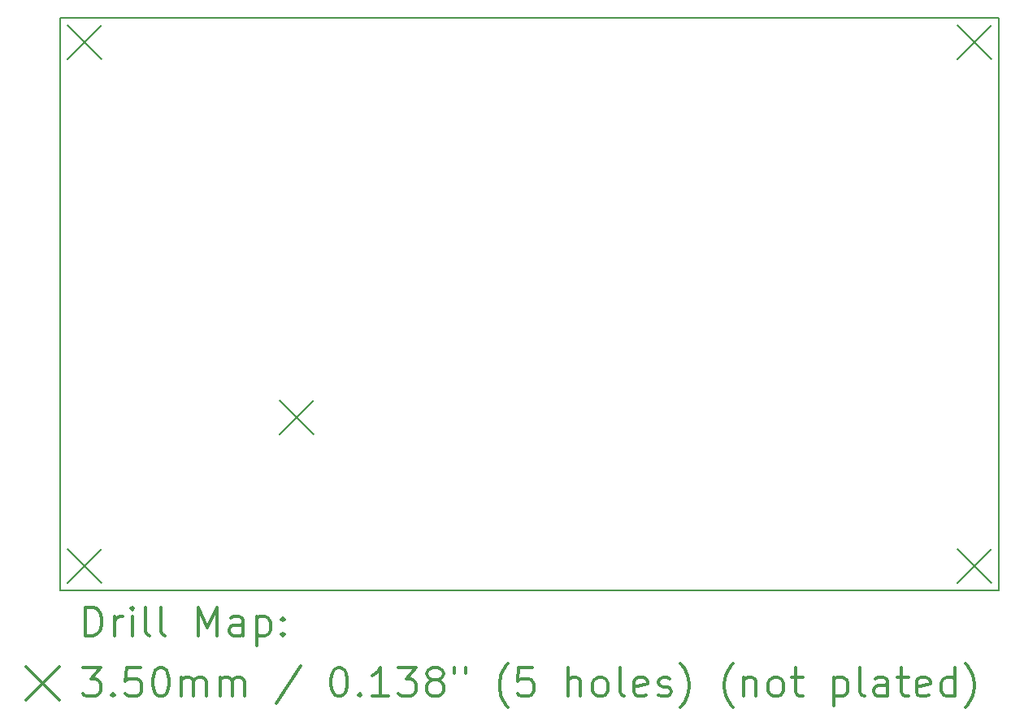
<source format=gbr>
%FSLAX45Y45*%
G04 Gerber Fmt 4.5, Leading zero omitted, Abs format (unit mm)*
G04 Created by KiCad (PCBNEW 4.0.5+dfsg1-4+deb9u1) date Tue Nov 15 17:13:55 2022*
%MOMM*%
%LPD*%
G01*
G04 APERTURE LIST*
%ADD10C,0.127000*%
%ADD11C,0.150000*%
%ADD12C,0.200000*%
%ADD13C,0.300000*%
G04 APERTURE END LIST*
D10*
D11*
X19380200Y-6883400D02*
X19380200Y-12852400D01*
X9601200Y-6883400D02*
X19380200Y-6883400D01*
X9601200Y-12852400D02*
X9601200Y-6883400D01*
X19380200Y-12852400D02*
X9601200Y-12852400D01*
D12*
X9680200Y-6962400D02*
X10030200Y-7312400D01*
X10030200Y-6962400D02*
X9680200Y-7312400D01*
X9680200Y-12423400D02*
X10030200Y-12773400D01*
X10030200Y-12423400D02*
X9680200Y-12773400D01*
X11890000Y-10874000D02*
X12240000Y-11224000D01*
X12240000Y-10874000D02*
X11890000Y-11224000D01*
X18951200Y-6962400D02*
X19301200Y-7312400D01*
X19301200Y-6962400D02*
X18951200Y-7312400D01*
X18951200Y-12423400D02*
X19301200Y-12773400D01*
X19301200Y-12423400D02*
X18951200Y-12773400D01*
D13*
X9865129Y-13325614D02*
X9865129Y-13025614D01*
X9936557Y-13025614D01*
X9979414Y-13039900D01*
X10007986Y-13068471D01*
X10022271Y-13097043D01*
X10036557Y-13154186D01*
X10036557Y-13197043D01*
X10022271Y-13254186D01*
X10007986Y-13282757D01*
X9979414Y-13311329D01*
X9936557Y-13325614D01*
X9865129Y-13325614D01*
X10165129Y-13325614D02*
X10165129Y-13125614D01*
X10165129Y-13182757D02*
X10179414Y-13154186D01*
X10193700Y-13139900D01*
X10222271Y-13125614D01*
X10250843Y-13125614D01*
X10350843Y-13325614D02*
X10350843Y-13125614D01*
X10350843Y-13025614D02*
X10336557Y-13039900D01*
X10350843Y-13054186D01*
X10365129Y-13039900D01*
X10350843Y-13025614D01*
X10350843Y-13054186D01*
X10536557Y-13325614D02*
X10507986Y-13311329D01*
X10493700Y-13282757D01*
X10493700Y-13025614D01*
X10693700Y-13325614D02*
X10665129Y-13311329D01*
X10650843Y-13282757D01*
X10650843Y-13025614D01*
X11036557Y-13325614D02*
X11036557Y-13025614D01*
X11136557Y-13239900D01*
X11236557Y-13025614D01*
X11236557Y-13325614D01*
X11507986Y-13325614D02*
X11507986Y-13168471D01*
X11493700Y-13139900D01*
X11465128Y-13125614D01*
X11407986Y-13125614D01*
X11379414Y-13139900D01*
X11507986Y-13311329D02*
X11479414Y-13325614D01*
X11407986Y-13325614D01*
X11379414Y-13311329D01*
X11365128Y-13282757D01*
X11365128Y-13254186D01*
X11379414Y-13225614D01*
X11407986Y-13211329D01*
X11479414Y-13211329D01*
X11507986Y-13197043D01*
X11650843Y-13125614D02*
X11650843Y-13425614D01*
X11650843Y-13139900D02*
X11679414Y-13125614D01*
X11736557Y-13125614D01*
X11765128Y-13139900D01*
X11779414Y-13154186D01*
X11793700Y-13182757D01*
X11793700Y-13268471D01*
X11779414Y-13297043D01*
X11765128Y-13311329D01*
X11736557Y-13325614D01*
X11679414Y-13325614D01*
X11650843Y-13311329D01*
X11922271Y-13297043D02*
X11936557Y-13311329D01*
X11922271Y-13325614D01*
X11907986Y-13311329D01*
X11922271Y-13297043D01*
X11922271Y-13325614D01*
X11922271Y-13139900D02*
X11936557Y-13154186D01*
X11922271Y-13168471D01*
X11907986Y-13154186D01*
X11922271Y-13139900D01*
X11922271Y-13168471D01*
X9243700Y-13644900D02*
X9593700Y-13994900D01*
X9593700Y-13644900D02*
X9243700Y-13994900D01*
X9836557Y-13655614D02*
X10022271Y-13655614D01*
X9922271Y-13769900D01*
X9965129Y-13769900D01*
X9993700Y-13784186D01*
X10007986Y-13798471D01*
X10022271Y-13827043D01*
X10022271Y-13898471D01*
X10007986Y-13927043D01*
X9993700Y-13941329D01*
X9965129Y-13955614D01*
X9879414Y-13955614D01*
X9850843Y-13941329D01*
X9836557Y-13927043D01*
X10150843Y-13927043D02*
X10165129Y-13941329D01*
X10150843Y-13955614D01*
X10136557Y-13941329D01*
X10150843Y-13927043D01*
X10150843Y-13955614D01*
X10436557Y-13655614D02*
X10293700Y-13655614D01*
X10279414Y-13798471D01*
X10293700Y-13784186D01*
X10322271Y-13769900D01*
X10393700Y-13769900D01*
X10422271Y-13784186D01*
X10436557Y-13798471D01*
X10450843Y-13827043D01*
X10450843Y-13898471D01*
X10436557Y-13927043D01*
X10422271Y-13941329D01*
X10393700Y-13955614D01*
X10322271Y-13955614D01*
X10293700Y-13941329D01*
X10279414Y-13927043D01*
X10636557Y-13655614D02*
X10665129Y-13655614D01*
X10693700Y-13669900D01*
X10707986Y-13684186D01*
X10722271Y-13712757D01*
X10736557Y-13769900D01*
X10736557Y-13841329D01*
X10722271Y-13898471D01*
X10707986Y-13927043D01*
X10693700Y-13941329D01*
X10665129Y-13955614D01*
X10636557Y-13955614D01*
X10607986Y-13941329D01*
X10593700Y-13927043D01*
X10579414Y-13898471D01*
X10565129Y-13841329D01*
X10565129Y-13769900D01*
X10579414Y-13712757D01*
X10593700Y-13684186D01*
X10607986Y-13669900D01*
X10636557Y-13655614D01*
X10865129Y-13955614D02*
X10865129Y-13755614D01*
X10865129Y-13784186D02*
X10879414Y-13769900D01*
X10907986Y-13755614D01*
X10950843Y-13755614D01*
X10979414Y-13769900D01*
X10993700Y-13798471D01*
X10993700Y-13955614D01*
X10993700Y-13798471D02*
X11007986Y-13769900D01*
X11036557Y-13755614D01*
X11079414Y-13755614D01*
X11107986Y-13769900D01*
X11122271Y-13798471D01*
X11122271Y-13955614D01*
X11265128Y-13955614D02*
X11265128Y-13755614D01*
X11265128Y-13784186D02*
X11279414Y-13769900D01*
X11307986Y-13755614D01*
X11350843Y-13755614D01*
X11379414Y-13769900D01*
X11393700Y-13798471D01*
X11393700Y-13955614D01*
X11393700Y-13798471D02*
X11407986Y-13769900D01*
X11436557Y-13755614D01*
X11479414Y-13755614D01*
X11507986Y-13769900D01*
X11522271Y-13798471D01*
X11522271Y-13955614D01*
X12107986Y-13641329D02*
X11850843Y-14027043D01*
X12493700Y-13655614D02*
X12522271Y-13655614D01*
X12550843Y-13669900D01*
X12565128Y-13684186D01*
X12579414Y-13712757D01*
X12593700Y-13769900D01*
X12593700Y-13841329D01*
X12579414Y-13898471D01*
X12565128Y-13927043D01*
X12550843Y-13941329D01*
X12522271Y-13955614D01*
X12493700Y-13955614D01*
X12465128Y-13941329D01*
X12450843Y-13927043D01*
X12436557Y-13898471D01*
X12422271Y-13841329D01*
X12422271Y-13769900D01*
X12436557Y-13712757D01*
X12450843Y-13684186D01*
X12465128Y-13669900D01*
X12493700Y-13655614D01*
X12722271Y-13927043D02*
X12736557Y-13941329D01*
X12722271Y-13955614D01*
X12707986Y-13941329D01*
X12722271Y-13927043D01*
X12722271Y-13955614D01*
X13022271Y-13955614D02*
X12850843Y-13955614D01*
X12936557Y-13955614D02*
X12936557Y-13655614D01*
X12907985Y-13698471D01*
X12879414Y-13727043D01*
X12850843Y-13741329D01*
X13122271Y-13655614D02*
X13307985Y-13655614D01*
X13207985Y-13769900D01*
X13250843Y-13769900D01*
X13279414Y-13784186D01*
X13293700Y-13798471D01*
X13307985Y-13827043D01*
X13307985Y-13898471D01*
X13293700Y-13927043D01*
X13279414Y-13941329D01*
X13250843Y-13955614D01*
X13165128Y-13955614D01*
X13136557Y-13941329D01*
X13122271Y-13927043D01*
X13479414Y-13784186D02*
X13450843Y-13769900D01*
X13436557Y-13755614D01*
X13422271Y-13727043D01*
X13422271Y-13712757D01*
X13436557Y-13684186D01*
X13450843Y-13669900D01*
X13479414Y-13655614D01*
X13536557Y-13655614D01*
X13565128Y-13669900D01*
X13579414Y-13684186D01*
X13593700Y-13712757D01*
X13593700Y-13727043D01*
X13579414Y-13755614D01*
X13565128Y-13769900D01*
X13536557Y-13784186D01*
X13479414Y-13784186D01*
X13450843Y-13798471D01*
X13436557Y-13812757D01*
X13422271Y-13841329D01*
X13422271Y-13898471D01*
X13436557Y-13927043D01*
X13450843Y-13941329D01*
X13479414Y-13955614D01*
X13536557Y-13955614D01*
X13565128Y-13941329D01*
X13579414Y-13927043D01*
X13593700Y-13898471D01*
X13593700Y-13841329D01*
X13579414Y-13812757D01*
X13565128Y-13798471D01*
X13536557Y-13784186D01*
X13707986Y-13655614D02*
X13707986Y-13712757D01*
X13822271Y-13655614D02*
X13822271Y-13712757D01*
X14265128Y-14069900D02*
X14250843Y-14055614D01*
X14222271Y-14012757D01*
X14207985Y-13984186D01*
X14193700Y-13941329D01*
X14179414Y-13869900D01*
X14179414Y-13812757D01*
X14193700Y-13741329D01*
X14207985Y-13698471D01*
X14222271Y-13669900D01*
X14250843Y-13627043D01*
X14265128Y-13612757D01*
X14522271Y-13655614D02*
X14379414Y-13655614D01*
X14365128Y-13798471D01*
X14379414Y-13784186D01*
X14407985Y-13769900D01*
X14479414Y-13769900D01*
X14507985Y-13784186D01*
X14522271Y-13798471D01*
X14536557Y-13827043D01*
X14536557Y-13898471D01*
X14522271Y-13927043D01*
X14507985Y-13941329D01*
X14479414Y-13955614D01*
X14407985Y-13955614D01*
X14379414Y-13941329D01*
X14365128Y-13927043D01*
X14893700Y-13955614D02*
X14893700Y-13655614D01*
X15022271Y-13955614D02*
X15022271Y-13798471D01*
X15007985Y-13769900D01*
X14979414Y-13755614D01*
X14936557Y-13755614D01*
X14907985Y-13769900D01*
X14893700Y-13784186D01*
X15207985Y-13955614D02*
X15179414Y-13941329D01*
X15165128Y-13927043D01*
X15150843Y-13898471D01*
X15150843Y-13812757D01*
X15165128Y-13784186D01*
X15179414Y-13769900D01*
X15207985Y-13755614D01*
X15250843Y-13755614D01*
X15279414Y-13769900D01*
X15293700Y-13784186D01*
X15307985Y-13812757D01*
X15307985Y-13898471D01*
X15293700Y-13927043D01*
X15279414Y-13941329D01*
X15250843Y-13955614D01*
X15207985Y-13955614D01*
X15479414Y-13955614D02*
X15450843Y-13941329D01*
X15436557Y-13912757D01*
X15436557Y-13655614D01*
X15707986Y-13941329D02*
X15679414Y-13955614D01*
X15622271Y-13955614D01*
X15593700Y-13941329D01*
X15579414Y-13912757D01*
X15579414Y-13798471D01*
X15593700Y-13769900D01*
X15622271Y-13755614D01*
X15679414Y-13755614D01*
X15707986Y-13769900D01*
X15722271Y-13798471D01*
X15722271Y-13827043D01*
X15579414Y-13855614D01*
X15836557Y-13941329D02*
X15865128Y-13955614D01*
X15922271Y-13955614D01*
X15950843Y-13941329D01*
X15965128Y-13912757D01*
X15965128Y-13898471D01*
X15950843Y-13869900D01*
X15922271Y-13855614D01*
X15879414Y-13855614D01*
X15850843Y-13841329D01*
X15836557Y-13812757D01*
X15836557Y-13798471D01*
X15850843Y-13769900D01*
X15879414Y-13755614D01*
X15922271Y-13755614D01*
X15950843Y-13769900D01*
X16065128Y-14069900D02*
X16079414Y-14055614D01*
X16107986Y-14012757D01*
X16122271Y-13984186D01*
X16136557Y-13941329D01*
X16150843Y-13869900D01*
X16150843Y-13812757D01*
X16136557Y-13741329D01*
X16122271Y-13698471D01*
X16107986Y-13669900D01*
X16079414Y-13627043D01*
X16065128Y-13612757D01*
X16607986Y-14069900D02*
X16593700Y-14055614D01*
X16565128Y-14012757D01*
X16550843Y-13984186D01*
X16536557Y-13941329D01*
X16522271Y-13869900D01*
X16522271Y-13812757D01*
X16536557Y-13741329D01*
X16550843Y-13698471D01*
X16565128Y-13669900D01*
X16593700Y-13627043D01*
X16607986Y-13612757D01*
X16722271Y-13755614D02*
X16722271Y-13955614D01*
X16722271Y-13784186D02*
X16736557Y-13769900D01*
X16765128Y-13755614D01*
X16807986Y-13755614D01*
X16836557Y-13769900D01*
X16850843Y-13798471D01*
X16850843Y-13955614D01*
X17036557Y-13955614D02*
X17007986Y-13941329D01*
X16993700Y-13927043D01*
X16979414Y-13898471D01*
X16979414Y-13812757D01*
X16993700Y-13784186D01*
X17007986Y-13769900D01*
X17036557Y-13755614D01*
X17079414Y-13755614D01*
X17107986Y-13769900D01*
X17122271Y-13784186D01*
X17136557Y-13812757D01*
X17136557Y-13898471D01*
X17122271Y-13927043D01*
X17107986Y-13941329D01*
X17079414Y-13955614D01*
X17036557Y-13955614D01*
X17222271Y-13755614D02*
X17336557Y-13755614D01*
X17265129Y-13655614D02*
X17265129Y-13912757D01*
X17279414Y-13941329D01*
X17307986Y-13955614D01*
X17336557Y-13955614D01*
X17665129Y-13755614D02*
X17665129Y-14055614D01*
X17665129Y-13769900D02*
X17693700Y-13755614D01*
X17750843Y-13755614D01*
X17779414Y-13769900D01*
X17793700Y-13784186D01*
X17807986Y-13812757D01*
X17807986Y-13898471D01*
X17793700Y-13927043D01*
X17779414Y-13941329D01*
X17750843Y-13955614D01*
X17693700Y-13955614D01*
X17665129Y-13941329D01*
X17979414Y-13955614D02*
X17950843Y-13941329D01*
X17936557Y-13912757D01*
X17936557Y-13655614D01*
X18222271Y-13955614D02*
X18222271Y-13798471D01*
X18207986Y-13769900D01*
X18179414Y-13755614D01*
X18122271Y-13755614D01*
X18093700Y-13769900D01*
X18222271Y-13941329D02*
X18193700Y-13955614D01*
X18122271Y-13955614D01*
X18093700Y-13941329D01*
X18079414Y-13912757D01*
X18079414Y-13884186D01*
X18093700Y-13855614D01*
X18122271Y-13841329D01*
X18193700Y-13841329D01*
X18222271Y-13827043D01*
X18322271Y-13755614D02*
X18436557Y-13755614D01*
X18365129Y-13655614D02*
X18365129Y-13912757D01*
X18379414Y-13941329D01*
X18407986Y-13955614D01*
X18436557Y-13955614D01*
X18650843Y-13941329D02*
X18622272Y-13955614D01*
X18565129Y-13955614D01*
X18536557Y-13941329D01*
X18522272Y-13912757D01*
X18522272Y-13798471D01*
X18536557Y-13769900D01*
X18565129Y-13755614D01*
X18622272Y-13755614D01*
X18650843Y-13769900D01*
X18665129Y-13798471D01*
X18665129Y-13827043D01*
X18522272Y-13855614D01*
X18922272Y-13955614D02*
X18922272Y-13655614D01*
X18922272Y-13941329D02*
X18893700Y-13955614D01*
X18836557Y-13955614D01*
X18807986Y-13941329D01*
X18793700Y-13927043D01*
X18779414Y-13898471D01*
X18779414Y-13812757D01*
X18793700Y-13784186D01*
X18807986Y-13769900D01*
X18836557Y-13755614D01*
X18893700Y-13755614D01*
X18922272Y-13769900D01*
X19036557Y-14069900D02*
X19050843Y-14055614D01*
X19079414Y-14012757D01*
X19093700Y-13984186D01*
X19107986Y-13941329D01*
X19122272Y-13869900D01*
X19122272Y-13812757D01*
X19107986Y-13741329D01*
X19093700Y-13698471D01*
X19079414Y-13669900D01*
X19050843Y-13627043D01*
X19036557Y-13612757D01*
M02*

</source>
